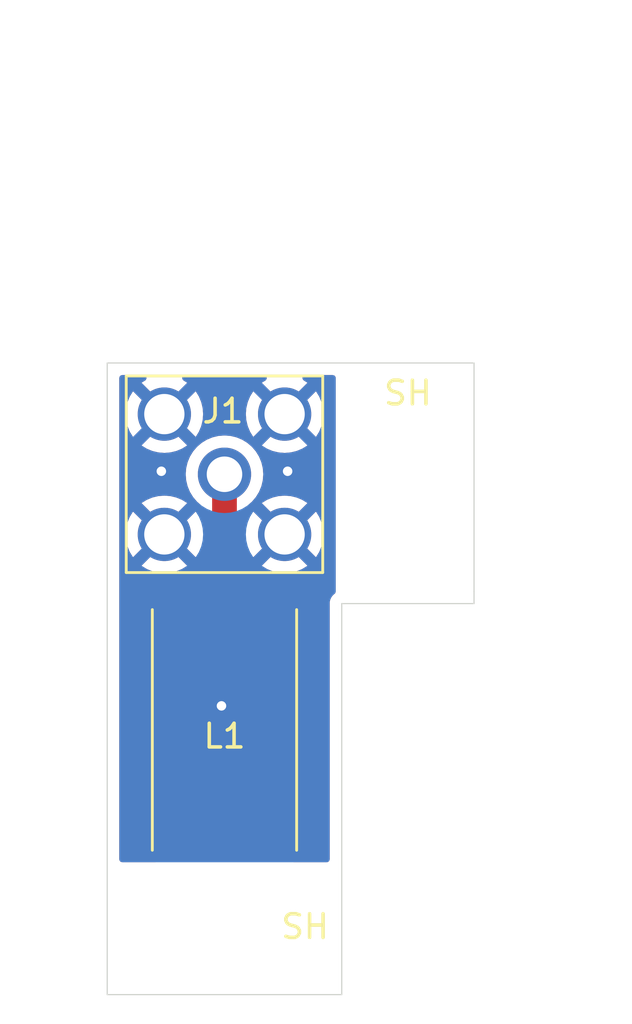
<source format=kicad_pcb>
(kicad_pcb (version 20211014) (generator pcbnew)
  (layers (0 "F.Cu" signal) (31 "B.Cu" signal) (34 "B.Paste" user) (35 "F.Paste" user) (36 "B.SilkS" user "B.Silkscreen") (37 "F.SilkS" user "F.Silkscreen") (38 "B.Mask" user) (39 "F.Mask" user) (44 "Edge.Cuts" user))
  (net 0 "")
  (net 1 "GND")
  (net 2 "Net-(J1-Pad1)")
  (footprint "Connector_Coaxial:SMA_Amphenol_132203-12_Horizontal" (layer "F.Cu") (at 139.065 101.473)
    (fp_text reference "J1" (at -0.0635 -2.667 180) (layer "F.SilkS"))
    (fp_text value "Conn_Coaxial")
    (fp_line (start 4.15 -4.15) (end 4.15 4.15) (layer "F.SilkS") (width 0.12))
    (fp_line (start -4.15 -4.15) (end -4.15 4.15) (layer "F.SilkS") (width 0.12))
    (fp_line (start -4.15 -4.15) (end 4.15 -4.15) (layer "F.SilkS") (width 0.12))
    (fp_line (start -4.15 4.15) (end 4.15 4.15) (layer "F.SilkS") (width 0.12))
    (pad "1" thru_hole circle locked (at 0 0) (size 2.25 2.25) (drill 1.5) (layers *.Cu *.Mask) (net 2 "Net-(J1-Pad1)"))
    (pad "2" thru_hole circle locked (at -2.54 -2.54) (size 2.25 2.25) (drill 1.7) (layers *.Cu *.Mask) (net 1 "GND"))
    (pad "2" thru_hole circle locked (at 2.54 2.54 90) (size 2.25 2.25) (drill 1.7) (layers *.Cu *.Mask) (net 1 "GND"))
    (pad "2" thru_hole circle locked (at -2.54 2.54) (size 2.25 2.25) (drill 1.7) (layers *.Cu *.Mask) (net 1 "GND"))
    (pad "2" thru_hole circle locked (at 2.54 -2.54) (size 2.25 2.25) (drill 1.7) (layers *.Cu *.Mask) (net 1 "GND"))
  )
  (footprint "L_Coil:L_Coil" (layer "F.Cu") (at 139.065 109.474 180)
    (fp_text reference "L1" (at 0 -3.056) (layer "F.SilkS"))
    (fp_text value "L")
    (fp_line (start -3.048 -7.874) (end -3.048 2.286) (layer "F.SilkS") (width 0.12))
    (fp_line (start 3.048 -7.874) (end 3.048 2.286) (layer "F.SilkS") (width 0.12))
    (pad "1" smd rect locked (at 0 1.016 180) (size 5.08 2.286) (layers "F.Cu" "F.Paste" "F.Mask") (net 2 "Net-(J1-Pad1)"))
    (pad "2" smd rect locked (at 0 -6.604 180) (size 5.08 2.286) (layers "F.Cu" "F.Paste" "F.Mask") (net 1 "GND"))
  )
  (footprint "MountingHole:MountingHole_2.2mm_M2" (layer "F.Cu") (at 139.065 120.65)
    (fp_text reference "SH" (at 3.4036 -0.0762) (layer "F.SilkS"))
    (fp_text value "MountingHole_2.2mm_M2")
    (pad "" np_thru_hole circle (at 0 0) (size 2.2 2.2) (drill 2.2) (layers *.Cu *.Mask))
  )
  (footprint "MountingHole:MountingHole_2.2mm_M2" (layer "F.Cu") (at 146.812 101.346)
    (fp_text reference "SH" (at 0 -3.302) (layer "F.SilkS"))
    (fp_text value "MountingHole_2.2mm_M2")
    (pad "" np_thru_hole circle (at 0 0) (size 2.2 2.2) (drill 2.2) (layers *.Cu *.Mask))
  )
  (gr_line (start 149.606 96.774) (end 149.606 106.426) (layer "Edge.Cuts") (width 0.05))
  (gr_line (start 149.606 106.426) (end 149.606 106.934) (layer "Edge.Cuts") (width 0.05))
  (gr_line (start 144.018 106.934) (end 144.018 123.444) (layer "Edge.Cuts") (width 0.05))
  (gr_line (start 134.112 96.774) (end 149.606 96.774) (layer "Edge.Cuts") (width 0.05))
  (gr_line (start 144.018 123.444) (end 134.112 123.444) (layer "Edge.Cuts") (width 0.05))
  (gr_line (start 149.606 106.934) (end 144.018 106.934) (layer "Edge.Cuts") (width 0.05))
  (gr_line (start 134.112 123.444) (end 134.112 96.774) (layer "Edge.Cuts") (width 0.05))
  (via (at 141.732 101.346) (size 0.8) (drill 0.4) (layers "F.Cu" "B.Cu") (net 1))
  (via (at 136.398 101.346) (size 0.8) (drill 0.4) (layers "F.Cu" "B.Cu") (net 1))
  (via (at 138.938 111.252) (size 0.8) (drill 0.4) (layers "F.Cu" "B.Cu") (net 1))
  (segment (start 139.065 101.473) (end 139.065 108.458) (width 1.044) (layer "F.Cu") (net 2))
  (zone (net 1) (net_name "GND") (layer "F.Cu") (connect_pads (clearance 0.508)) (min_thickness 0.254) (fill yes (thermal_gap 0.508) (thermal_bridge_width 0.508))
    (polygon (pts (xy 143.764 117.856) (xy 134.366 117.856) (xy 134.366 97.028) (xy 143.764 97.028)))
  )
  (zone (net 1) (net_name "GND") (layer "B.Cu") (connect_pads (clearance 0.508)) (min_thickness 0.254) (fill yes (thermal_gap 0.508) (thermal_bridge_width 0.508))
    (polygon (pts (xy 143.764 117.856) (xy 134.366 117.856) (xy 134.366 97.028) (xy 143.764 97.028)))
  )
)
</source>
